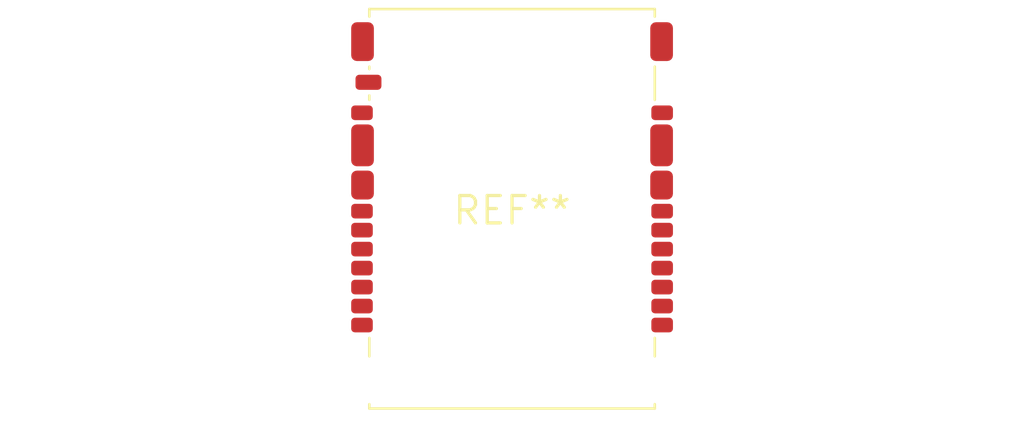
<source format=kicad_pcb>
(kicad_pcb (version 20240108) (generator pcbnew)
  (layers (0 "F.Cu" signal) (31 "B.Cu" signal) (34 "B.Paste" user) (35 "F.Paste" user) (36 "B.SilkS" user "B.Silkscreen") (37 "F.SilkS" user "F.Silkscreen") (38 "B.Mask" user) (39 "F.Mask" user) (44 "Edge.Cuts" user))
  (net 0 "")
  (footprint "SD-SIM_microSD-microSIM_Molex_104168-1620" (layer "F.Cu") (at 0 0)
    (property "Reference" "REF**")
    (property "Value" "SD-SIM_microSD-microSIM_Molex_104168-1620")
    (fp_line (start -6.61 -9.335) (end 6.61 -9.335) (layer "F.SilkS") (stroke (width 0.12)))
    (fp_line (start -6.61 -8.985) (end -6.61 -9.335) (layer "F.SilkS") (stroke (width 0.12)))
    (fp_line (start -6.61 -6.665) (end -6.61 -6.55) (layer "F.SilkS") (stroke (width 0.12)))
    (fp_line (start -6.61 -5.33) (end -6.61 -5.125) (layer "F.SilkS") (stroke (width 0.12)))
    (fp_line (start -6.61 5.915) (end -6.61 6.765) (layer "F.SilkS") (stroke (width 0.12)))
    (fp_line (start -6.61 8.985) (end -6.61 9.185) (layer "F.SilkS") (stroke (width 0.12)))
    (fp_line (start -6.61 9.185) (end 6.61 9.185) (layer "F.SilkS") (stroke (width 0.12)))
    (fp_line (start 6.61 -8.985) (end 6.61 -9.335) (layer "F.SilkS") (stroke (width 0.12)))
    (fp_line (start 6.61 -6.665) (end 6.61 -5.125) (layer "F.SilkS") (stroke (width 0.12)))
    (fp_line (start 6.61 5.915) (end 6.61 6.765) (layer "F.SilkS") (stroke (width 0.12)))
    (fp_line (start 6.61 8.985) (end 6.61 9.185) (layer "F.SilkS") (stroke (width 0.12)))
    (pad "C1" smd roundrect (at 6.95 -4.525) (size 1 0.68) (layers "F.Cu" "F.Paste" "F.Mask"))
    (pad "C2" smd roundrect (at 6.95 0.035) (size 1 0.68) (layers "F.Cu" "F.Paste" "F.Mask"))
    (pad "C3" smd roundrect (at 6.95 0.915) (size 1 0.68) (layers "F.Cu" "F.Paste" "F.Mask"))
    (pad "C4" smd roundrect (at 6.95 2.675) (size 1 0.68) (layers "F.Cu" "F.Paste" "F.Mask"))
    (pad "C5" smd roundrect (at -6.95 2.675) (size 1 0.68) (layers "F.Cu" "F.Paste" "F.Mask"))
    (pad "C6" smd roundrect (at -6.95 0.915) (size 1 0.68) (layers "F.Cu" "F.Paste" "F.Mask"))
    (pad "C7" smd roundrect (at -6.95 0.035) (size 1 0.68) (layers "F.Cu" "F.Paste" "F.Mask"))
    (pad "C8" smd roundrect (at -6.95 -4.525) (size 1 0.68) (layers "F.Cu" "F.Paste" "F.Mask"))
    (pad "S1" smd roundrect (at 6.95 5.315) (size 1 0.68) (layers "F.Cu" "F.Paste" "F.Mask"))
    (pad "S2" smd roundrect (at 6.95 4.435) (size 1 0.68) (layers "F.Cu" "F.Paste" "F.Mask"))
    (pad "S3" smd roundrect (at -6.95 4.435) (size 1 0.68) (layers "F.Cu" "F.Paste" "F.Mask"))
    (pad "S4" smd roundrect (at -6.95 5.315) (size 1 0.68) (layers "F.Cu" "F.Paste" "F.Mask"))
    (pad "S5" smd roundrect (at 6.95 1.795) (size 1 0.68) (layers "F.Cu" "F.Paste" "F.Mask"))
    (pad "S6" smd roundrect (at 6.95 3.555) (size 1 0.68) (layers "F.Cu" "F.Paste" "F.Mask"))
    (pad "S7" smd roundrect (at -6.95 3.555) (size 1 0.68) (layers "F.Cu" "F.Paste" "F.Mask"))
    (pad "S8" smd roundrect (at -6.95 1.795) (size 1 0.68) (layers "F.Cu" "F.Paste" "F.Mask"))
    (pad "SH" smd roundrect (at -6.925 -7.825) (size 1.05 1.8) (layers "F.Cu" "F.Paste" "F.Mask"))
    (pad "SH" smd roundrect (at -6.925 -3.015) (size 1.05 1.94) (layers "F.Cu" "F.Paste" "F.Mask"))
    (pad "SH" smd roundrect (at -6.925 -1.175) (size 1.05 1.34) (layers "F.Cu" "F.Paste" "F.Mask"))
    (pad "SH" thru_hole custom (at -6.455 7.875) (size 0.5 1.4) (drill oval 0.4 1.3) (layers *.Cu *.Mask "F.Paste") (remove_unused_layers) (options (clearance outline) (anchor rect)) (primitives (gr_poly (pts (xy 0.4 -0.4) (xy 0 -0.4) (xy 0 -0.85) (xy -0.65 -0.85) (xy -0.65 0.85) (xy 0 0.85) (xy 0 0.4) (xy 0.4 0.4)) (width 0) (fill yes)) (gr_circle (center -0.05 0.4) (end 0.4 0.4) (width 0) (fill yes)) (gr_circle (center -0.05 -0.4) (end 0.4 -0.4) (width 0) (fill yes))))
    (pad "SH" thru_hole custom (at 6.455 7.875) (size 0.5 1.4) (drill oval 0.4 1.3) (layers *.Cu *.Mask "F.Paste") (remove_unused_layers) (options (clearance outline) (anchor rect)) (primitives (gr_poly (pts (xy -0.4 -0.4) (xy 0 -0.4) (xy 0 -0.85) (xy 0.65 -0.85) (xy 0.65 0.85) (xy 0 0.85) (xy 0 0.4) (xy -0.4 0.4)) (width 0) (fill yes)) (gr_circle (center 0.05 0.4) (end 0.5 0.4) (width 0) (fill yes)) (gr_circle (center 0.05 -0.4) (end 0.5 -0.4) (width 0) (fill yes))))
    (pad "SH" smd roundrect (at 6.925 -7.825) (size 1.05 1.8) (layers "F.Cu" "F.Paste" "F.Mask"))
    (pad "SH" smd roundrect (at 6.925 -3.015) (size 1.05 1.94) (layers "F.Cu" "F.Paste" "F.Mask"))
    (pad "SH" smd roundrect (at 6.925 -1.175) (size 1.05 1.34) (layers "F.Cu" "F.Paste" "F.Mask"))
    (pad "SW" smd roundrect (at -6.65 -5.94) (size 1.2 0.7) (layers "F.Cu" "F.Paste" "F.Mask"))
  )
)
</source>
